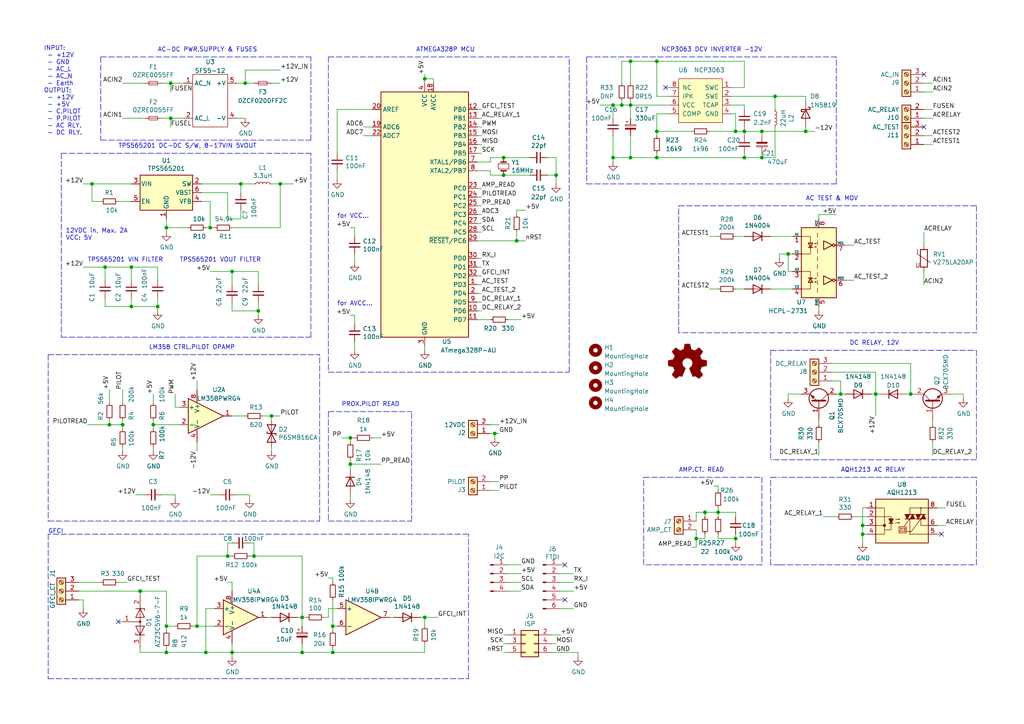
<source format=kicad_sch>
(kicad_sch (version 20211123) (generator eeschema)
  (paper "A4")
  (junction (at 146.05 45.72))
  (junction (at 213.36 156.21))
  (junction (at 38.1 77.47))
  (junction (at 123.19 22.86))
  (junction (at 48.26 66.04))
  (junction (at 101.6 134.62))
  (junction (at 146.05 50.8))
  (junction (at 180.34 30.48))
  (junction (at 66.04 161.29))
  (junction (at 201.93 156.21))
  (junction (at 101.6 127))
  (junction (at 35.56 123.19))
  (junction (at 48.26 181.61))
  (junction (at 182.88 17.78))
  (junction (at 182.88 30.48))
  (junction (at 45.72 88.9))
  (junction (at 38.1 88.9))
  (junction (at 73.66 161.29))
  (junction (at 67.31 78.74))
  (junction (at 190.5 17.78))
  (junction (at 161.29 50.8))
  (junction (at 87.63 179.07))
  (junction (at 57.15 181.61))
  (junction (at 30.48 77.47))
  (junction (at 177.8 30.48))
  (junction (at 48.26 189.23))
  (junction (at 182.88 45.72))
  (junction (at 220.98 45.72))
  (junction (at 49.53 24.13))
  (junction (at 31.75 123.19))
  (junction (at 96.52 189.23))
  (junction (at 71.12 24.13))
  (junction (at 69.85 53.34))
  (junction (at 233.68 38.1))
  (junction (at 143.51 125.73))
  (junction (at 26.67 53.34))
  (junction (at 40.64 171.45))
  (junction (at 220.98 38.1))
  (junction (at 49.53 34.29))
  (junction (at 213.36 38.1))
  (junction (at 228.6 73.66))
  (junction (at 208.28 148.59))
  (junction (at 44.45 123.19))
  (junction (at 177.8 45.72))
  (junction (at 250.19 152.4))
  (junction (at 60.96 66.04))
  (junction (at 224.79 27.94))
  (junction (at 87.63 189.23))
  (junction (at 81.28 53.34))
  (junction (at 149.86 69.85))
  (junction (at 190.5 38.1))
  (junction (at 215.9 38.1))
  (junction (at 264.16 114.3))
  (junction (at 204.47 148.59))
  (junction (at 67.31 189.23))
  (junction (at 59.69 189.23))
  (junction (at 190.5 45.72))
  (junction (at 123.19 179.07))
  (junction (at 254 114.3))
  (junction (at 74.93 90.17))
  (junction (at 96.52 181.61))
  (junction (at 250.19 154.94))
  (junction (at 78.74 120.65))
  (junction (at 215.9 45.72))
  (junction (at 243.84 114.3))
  (no_connect (at 273.05 154.94))
  (no_connect (at 34.29 180.34))
  (no_connect (at 163.83 163.83))
  (no_connect (at 193.04 25.4))
  (no_connect (at 267.97 36.83))
  (no_connect (at 267.97 21.59))
  (no_connect (at 163.83 173.99))
  (wire (pts (xy 233.68 36.83) (xy 233.68 38.1)))
  (wire (pts (xy 44.45 123.19) (xy 52.07 123.19)))
  (wire (pts (xy 194.31 25.4) (xy 193.04 25.4)))
  (wire (pts (xy 149.86 67.31) (xy 149.86 69.85)))
  (wire (pts (xy 254 114.3) (xy 252.73 114.3)))
  (wire (pts (xy 57.15 181.61) (xy 55.88 181.61)))
  (wire (pts (xy 146.05 189.23) (xy 147.32 189.23)))
  (wire (pts (xy 226.06 74.93) (xy 226.06 73.66)))
  (wire (pts (xy 138.43 85.09) (xy 139.7 85.09)))
  (wire (pts (xy 208.28 156.21) (xy 213.36 156.21)))
  (wire (pts (xy 67.31 189.23) (xy 67.31 190.5)))
  (wire (pts (xy 59.69 66.04) (xy 60.96 66.04)))
  (polyline (pts (xy 223.52 138.43) (xy 226.06 138.43)))
  (polyline (pts (xy 13.97 166.37) (xy 13.97 196.85)))
  (wire (pts (xy 101.6 66.04) (xy 102.87 66.04)))
  (wire (pts (xy 57.15 161.29) (xy 57.15 181.61)))
  (polyline (pts (xy 95.25 16.51) (xy 95.25 107.95)))
  (wire (pts (xy 66.04 161.29) (xy 66.04 157.48)))
  (polyline (pts (xy 223.52 163.83) (xy 223.52 138.43)))
  (wire (pts (xy 215.9 44.45) (xy 215.9 45.72)))
  (wire (pts (xy 58.42 58.42) (xy 60.96 58.42)))
  (wire (pts (xy 138.43 74.93) (xy 139.7 74.93)))
  (wire (pts (xy 49.53 24.13) (xy 53.34 24.13)))
  (wire (pts (xy 242.57 149.86) (xy 238.76 149.86)))
  (polyline (pts (xy 236.22 96.52) (xy 283.21 96.52)))
  (wire (pts (xy 147.32 166.37) (xy 151.13 166.37)))
  (wire (pts (xy 180.34 30.48) (xy 182.88 30.48)))
  (wire (pts (xy 224.79 36.83) (xy 224.79 45.72)))
  (wire (pts (xy 95.25 167.64) (xy 96.52 167.64)))
  (wire (pts (xy 72.39 157.48) (xy 73.66 157.48)))
  (wire (pts (xy 66.04 161.29) (xy 57.15 161.29)))
  (polyline (pts (xy 92.71 151.13) (xy 92.71 102.87)))
  (wire (pts (xy 121.92 179.07) (xy 123.19 179.07)))
  (wire (pts (xy 26.67 58.42) (xy 26.67 53.34)))
  (polyline (pts (xy 186.69 138.43) (xy 220.98 138.43)))
  (polyline (pts (xy 283.21 59.69) (xy 283.21 96.52)))
  (wire (pts (xy 138.43 54.61) (xy 139.7 54.61)))
  (wire (pts (xy 138.43 57.15) (xy 139.7 57.15)))
  (wire (pts (xy 38.1 86.36) (xy 38.1 88.9)))
  (wire (pts (xy 67.31 189.23) (xy 87.63 189.23)))
  (wire (pts (xy 48.26 171.45) (xy 48.26 181.61)))
  (wire (pts (xy 52.07 118.11) (xy 50.8 118.11)))
  (wire (pts (xy 123.19 186.69) (xy 123.19 189.23)))
  (wire (pts (xy 35.56 130.81) (xy 35.56 129.54)))
  (wire (pts (xy 59.69 189.23) (xy 48.26 189.23)))
  (wire (pts (xy 45.72 86.36) (xy 45.72 88.9)))
  (wire (pts (xy 271.78 147.32) (xy 274.32 147.32)))
  (wire (pts (xy 24.13 173.99) (xy 24.13 176.53)))
  (wire (pts (xy 54.61 66.04) (xy 48.26 66.04)))
  (wire (pts (xy 208.28 148.59) (xy 208.28 149.86)))
  (wire (pts (xy 204.47 156.21) (xy 204.47 154.94)))
  (wire (pts (xy 95.25 179.07) (xy 95.25 176.53)))
  (wire (pts (xy 50.8 143.51) (xy 50.8 144.78)))
  (wire (pts (xy 97.79 31.75) (xy 97.79 44.45)))
  (wire (pts (xy 208.28 140.97) (xy 208.28 142.24)))
  (wire (pts (xy 58.42 55.88) (xy 66.04 55.88)))
  (wire (pts (xy 220.98 44.45) (xy 220.98 45.72)))
  (wire (pts (xy 34.29 58.42) (xy 38.1 58.42)))
  (wire (pts (xy 224.79 31.75) (xy 224.79 27.94)))
  (wire (pts (xy 208.28 83.82) (xy 205.74 83.82)))
  (wire (pts (xy 138.43 92.71) (xy 142.24 92.71)))
  (wire (pts (xy 147.32 163.83) (xy 151.13 163.83)))
  (wire (pts (xy 147.32 186.69) (xy 146.05 186.69)))
  (wire (pts (xy 125.73 22.86) (xy 123.19 22.86)))
  (wire (pts (xy 59.69 176.53) (xy 62.23 176.53)))
  (wire (pts (xy 149.86 60.96) (xy 152.4 60.96)))
  (wire (pts (xy 270.51 121.92) (xy 270.51 123.19)))
  (wire (pts (xy 138.43 67.31) (xy 139.7 67.31)))
  (wire (pts (xy 177.8 46.99) (xy 177.8 45.72)))
  (wire (pts (xy 228.6 73.66) (xy 228.6 78.74)))
  (wire (pts (xy 237.49 62.23) (xy 242.57 62.23)))
  (wire (pts (xy 50.8 181.61) (xy 48.26 181.61)))
  (wire (pts (xy 138.43 36.83) (xy 139.7 36.83)))
  (wire (pts (xy 60.96 66.04) (xy 62.23 66.04)))
  (wire (pts (xy 142.24 139.7) (xy 144.78 139.7)))
  (wire (pts (xy 81.28 53.34) (xy 85.09 53.34)))
  (wire (pts (xy 215.9 38.1) (xy 220.98 38.1)))
  (wire (pts (xy 182.88 17.78) (xy 190.5 17.78)))
  (wire (pts (xy 182.88 24.13) (xy 182.88 17.78)))
  (wire (pts (xy 123.19 181.61) (xy 123.19 179.07)))
  (wire (pts (xy 107.95 127) (xy 110.49 127)))
  (wire (pts (xy 162.56 166.37) (xy 166.37 166.37)))
  (wire (pts (xy 48.26 63.5) (xy 48.26 66.04)))
  (wire (pts (xy 201.93 148.59) (xy 204.47 148.59)))
  (wire (pts (xy 182.88 34.29) (xy 182.88 30.48)))
  (wire (pts (xy 113.03 179.07) (xy 114.3 179.07)))
  (wire (pts (xy 267.97 31.75) (xy 270.51 31.75)))
  (wire (pts (xy 67.31 120.65) (xy 71.12 120.65)))
  (wire (pts (xy 190.5 33.02) (xy 190.5 38.1)))
  (wire (pts (xy 67.31 78.74) (xy 74.93 78.74)))
  (wire (pts (xy 96.52 181.61) (xy 96.52 182.88)))
  (wire (pts (xy 97.79 181.61) (xy 96.52 181.61)))
  (wire (pts (xy 102.87 99.06) (xy 102.87 101.6)))
  (wire (pts (xy 87.63 189.23) (xy 96.52 189.23)))
  (wire (pts (xy 207.01 140.97) (xy 208.28 140.97)))
  (wire (pts (xy 271.78 152.4) (xy 274.32 152.4)))
  (wire (pts (xy 86.36 179.07) (xy 87.63 179.07)))
  (wire (pts (xy 162.56 171.45) (xy 166.37 171.45)))
  (wire (pts (xy 44.45 114.3) (xy 44.45 116.84)))
  (wire (pts (xy 182.88 45.72) (xy 190.5 45.72)))
  (wire (pts (xy 87.63 179.07) (xy 87.63 181.61)))
  (wire (pts (xy 254 114.3) (xy 254 107.95)))
  (wire (pts (xy 138.43 46.99) (xy 142.24 46.99)))
  (wire (pts (xy 58.42 53.34) (xy 69.85 53.34)))
  (polyline (pts (xy 170.18 53.34) (xy 242.57 53.34)))
  (wire (pts (xy 143.51 125.73) (xy 144.78 125.73)))
  (wire (pts (xy 245.11 71.12) (xy 247.65 71.12)))
  (wire (pts (xy 162.56 168.91) (xy 166.37 168.91)))
  (wire (pts (xy 101.6 127) (xy 101.6 128.27)))
  (wire (pts (xy 66.04 157.48) (xy 67.31 157.48)))
  (polyline (pts (xy 13.97 154.94) (xy 13.97 166.37)))
  (wire (pts (xy 224.79 27.94) (xy 233.68 27.94)))
  (wire (pts (xy 138.43 44.45) (xy 139.7 44.45)))
  (wire (pts (xy 123.19 179.07) (xy 127 179.07)))
  (wire (pts (xy 49.53 34.29) (xy 49.53 36.83)))
  (wire (pts (xy 50.8 114.3) (xy 50.8 118.11)))
  (wire (pts (xy 241.3 110.49) (xy 243.84 110.49)))
  (wire (pts (xy 96.52 167.64) (xy 96.52 168.91)))
  (wire (pts (xy 66.04 63.5) (xy 69.85 63.5)))
  (wire (pts (xy 22.86 168.91) (xy 29.21 168.91)))
  (wire (pts (xy 180.34 17.78) (xy 180.34 24.13)))
  (wire (pts (xy 213.36 38.1) (xy 215.9 38.1)))
  (wire (pts (xy 190.5 17.78) (xy 190.5 27.94)))
  (wire (pts (xy 29.21 58.42) (xy 26.67 58.42)))
  (wire (pts (xy 71.12 20.32) (xy 71.12 24.13)))
  (wire (pts (xy 68.58 24.13) (xy 71.12 24.13)))
  (wire (pts (xy 160.02 189.23) (xy 167.64 189.23)))
  (wire (pts (xy 147.32 171.45) (xy 151.13 171.45)))
  (wire (pts (xy 228.6 114.3) (xy 232.41 114.3)))
  (wire (pts (xy 229.87 68.58) (xy 223.52 68.58)))
  (polyline (pts (xy 95.25 119.38) (xy 95.25 151.13)))
  (wire (pts (xy 67.31 161.29) (xy 66.04 161.29)))
  (polyline (pts (xy 223.52 101.6) (xy 223.52 133.35)))
  (wire (pts (xy 31.75 113.03) (xy 31.75 116.84)))
  (wire (pts (xy 265.43 114.3) (xy 264.16 114.3)))
  (wire (pts (xy 215.9 38.1) (xy 215.9 39.37)))
  (wire (pts (xy 213.36 148.59) (xy 213.36 149.86)))
  (wire (pts (xy 254 114.3) (xy 254 120.65)))
  (wire (pts (xy 149.86 62.23) (xy 149.86 60.96)))
  (wire (pts (xy 73.66 157.48) (xy 73.66 161.29)))
  (wire (pts (xy 142.24 49.53) (xy 138.43 49.53)))
  (wire (pts (xy 177.8 34.29) (xy 177.8 30.48)))
  (wire (pts (xy 102.87 68.58) (xy 102.87 66.04)))
  (wire (pts (xy 138.43 62.23) (xy 139.7 62.23)))
  (wire (pts (xy 35.56 123.19) (xy 35.56 124.46)))
  (wire (pts (xy 24.13 77.47) (xy 30.48 77.47)))
  (polyline (pts (xy 90.17 40.64) (xy 90.17 16.51)))
  (wire (pts (xy 125.73 24.13) (xy 125.73 22.86)))
  (wire (pts (xy 215.9 17.78) (xy 215.9 25.4)))
  (wire (pts (xy 48.26 189.23) (xy 40.64 189.23)))
  (wire (pts (xy 250.19 154.94) (xy 251.46 154.94)))
  (wire (pts (xy 142.24 123.19) (xy 144.78 123.19)))
  (wire (pts (xy 255.27 114.3) (xy 254 114.3)))
  (wire (pts (xy 201.93 153.67) (xy 201.93 156.21)))
  (wire (pts (xy 69.85 53.34) (xy 69.85 55.88)))
  (wire (pts (xy 177.8 45.72) (xy 182.88 45.72)))
  (wire (pts (xy 101.6 134.62) (xy 110.49 134.62)))
  (wire (pts (xy 107.95 31.75) (xy 97.79 31.75)))
  (wire (pts (xy 57.15 110.49) (xy 57.15 113.03)))
  (wire (pts (xy 67.31 168.91) (xy 67.31 171.45)))
  (wire (pts (xy 78.74 129.54) (xy 78.74 130.81)))
  (wire (pts (xy 48.26 66.04) (xy 48.26 67.31)))
  (wire (pts (xy 74.93 90.17) (xy 74.93 91.44)))
  (wire (pts (xy 138.43 87.63) (xy 139.7 87.63)))
  (wire (pts (xy 78.74 24.13) (xy 81.28 24.13)))
  (wire (pts (xy 67.31 66.04) (xy 81.28 66.04)))
  (polyline (pts (xy 226.06 163.83) (xy 223.52 163.83)))
  (polyline (pts (xy 95.25 16.51) (xy 165.1 16.51)))
  (wire (pts (xy 190.5 38.1) (xy 190.5 39.37)))
  (wire (pts (xy 48.26 182.88) (xy 48.26 181.61)))
  (wire (pts (xy 208.28 147.32) (xy 208.28 148.59)))
  (wire (pts (xy 201.93 158.75) (xy 201.93 156.21)))
  (wire (pts (xy 220.98 38.1) (xy 233.68 38.1)))
  (wire (pts (xy 72.39 143.51) (xy 72.39 144.78)))
  (wire (pts (xy 101.6 127) (xy 99.06 127)))
  (wire (pts (xy 167.64 189.23) (xy 167.64 190.5)))
  (wire (pts (xy 267.97 34.29) (xy 270.51 34.29)))
  (wire (pts (xy 71.12 24.13) (xy 73.66 24.13)))
  (wire (pts (xy 212.09 27.94) (xy 224.79 27.94)))
  (wire (pts (xy 87.63 161.29) (xy 87.63 179.07)))
  (wire (pts (xy 35.56 180.34) (xy 34.29 180.34)))
  (wire (pts (xy 146.05 50.8) (xy 153.67 50.8)))
  (wire (pts (xy 68.58 34.29) (xy 71.12 34.29)))
  (wire (pts (xy 143.51 125.73) (xy 143.51 127)))
  (wire (pts (xy 95.25 176.53) (xy 97.79 176.53)))
  (wire (pts (xy 97.79 49.53) (xy 97.79 52.07)))
  (polyline (pts (xy 220.98 163.83) (xy 186.69 163.83)))
  (wire (pts (xy 215.9 25.4) (xy 212.09 25.4)))
  (wire (pts (xy 271.78 154.94) (xy 273.05 154.94)))
  (wire (pts (xy 275.59 114.3) (xy 279.4 114.3)))
  (wire (pts (xy 60.96 78.74) (xy 67.31 78.74)))
  (wire (pts (xy 201.93 156.21) (xy 204.47 156.21)))
  (wire (pts (xy 46.99 34.29) (xy 49.53 34.29)))
  (wire (pts (xy 200.66 38.1) (xy 190.5 38.1)))
  (polyline (pts (xy 220.98 138.43) (xy 220.98 163.83)))
  (polyline (pts (xy 223.52 101.6) (xy 283.21 101.6)))
  (wire (pts (xy 241.3 105.41) (xy 264.16 105.41)))
  (wire (pts (xy 180.34 29.21) (xy 180.34 30.48)))
  (wire (pts (xy 31.75 121.92) (xy 31.75 123.19)))
  (wire (pts (xy 69.85 53.34) (xy 73.66 53.34)))
  (wire (pts (xy 35.56 34.29) (xy 41.91 34.29)))
  (wire (pts (xy 215.9 36.83) (xy 215.9 38.1)))
  (polyline (pts (xy 226.06 163.83) (xy 283.21 163.83)))
  (polyline (pts (xy 283.21 101.6) (xy 283.21 133.35)))
  (wire (pts (xy 71.12 20.32) (xy 81.28 20.32)))
  (wire (pts (xy 233.68 38.1) (xy 236.22 38.1)))
  (wire (pts (xy 35.56 113.03) (xy 35.56 116.84)))
  (polyline (pts (xy 95.25 151.13) (xy 119.38 151.13)))
  (wire (pts (xy 44.45 129.54) (xy 44.45 130.81)))
  (polyline (pts (xy 95.25 107.95) (xy 165.1 107.95)))
  (wire (pts (xy 146.05 45.72) (xy 153.67 45.72)))
  (wire (pts (xy 213.36 83.82) (xy 215.9 83.82)))
  (wire (pts (xy 194.31 27.94) (xy 190.5 27.94)))
  (polyline (pts (xy 135.89 154.94) (xy 13.97 154.94)))
  (wire (pts (xy 250.19 147.32) (xy 250.19 152.4)))
  (wire (pts (xy 237.49 63.5) (xy 237.49 62.23)))
  (wire (pts (xy 22.86 173.99) (xy 24.13 173.99)))
  (polyline (pts (xy 29.21 16.51) (xy 29.21 40.64)))
  (wire (pts (xy 142.24 125.73) (xy 143.51 125.73)))
  (wire (pts (xy 250.19 154.94) (xy 250.19 157.48)))
  (wire (pts (xy 204.47 148.59) (xy 208.28 148.59)))
  (wire (pts (xy 40.64 171.45) (xy 22.86 171.45)))
  (wire (pts (xy 138.43 39.37) (xy 139.7 39.37)))
  (wire (pts (xy 78.74 120.65) (xy 81.28 120.65)))
  (wire (pts (xy 243.84 114.3) (xy 242.57 114.3)))
  (wire (pts (xy 107.95 39.37) (xy 105.41 39.37)))
  (wire (pts (xy 173.99 30.48) (xy 177.8 30.48)))
  (wire (pts (xy 229.87 73.66) (xy 228.6 73.66)))
  (wire (pts (xy 40.64 171.45) (xy 48.26 171.45)))
  (wire (pts (xy 182.88 30.48) (xy 182.88 29.21)))
  (wire (pts (xy 264.16 105.41) (xy 264.16 114.3)))
  (wire (pts (xy 251.46 152.4) (xy 250.19 152.4)))
  (wire (pts (xy 270.51 128.27) (xy 270.51 132.08)))
  (wire (pts (xy 30.48 86.36) (xy 30.48 88.9)))
  (wire (pts (xy 45.72 77.47) (xy 45.72 81.28)))
  (wire (pts (xy 142.24 50.8) (xy 146.05 50.8)))
  (polyline (pts (xy 196.85 59.69) (xy 283.21 59.69)))
  (polyline (pts (xy 17.78 97.79) (xy 90.17 97.79)))
  (wire (pts (xy 138.43 31.75) (xy 139.7 31.75)))
  (polyline (pts (xy 165.1 107.95) (xy 165.1 16.51)))
  (wire (pts (xy 96.52 173.99) (xy 96.52 181.61)))
  (wire (pts (xy 190.5 33.02) (xy 194.31 33.02)))
  (wire (pts (xy 161.29 45.72) (xy 161.29 50.8)))
  (wire (pts (xy 68.58 143.51) (xy 72.39 143.51)))
  (polyline (pts (xy 170.18 16.51) (xy 242.57 16.51)))
  (wire (pts (xy 215.9 68.58) (xy 213.36 68.58)))
  (wire (pts (xy 40.64 172.72) (xy 40.64 171.45)))
  (wire (pts (xy 107.95 36.83) (xy 105.41 36.83)))
  (wire (pts (xy 123.19 189.23) (xy 96.52 189.23)))
  (wire (pts (xy 24.13 53.34) (xy 26.67 53.34)))
  (wire (pts (xy 67.31 189.23) (xy 59.69 189.23)))
  (wire (pts (xy 30.48 77.47) (xy 38.1 77.47)))
  (wire (pts (xy 59.69 176.53) (xy 59.69 189.23)))
  (wire (pts (xy 190.5 45.72) (xy 215.9 45.72)))
  (wire (pts (xy 44.45 123.19) (xy 44.45 124.46)))
  (wire (pts (xy 46.99 24.13) (xy 49.53 24.13)))
  (wire (pts (xy 87.63 186.69) (xy 87.63 189.23)))
  (wire (pts (xy 62.23 181.61) (xy 57.15 181.61)))
  (wire (pts (xy 69.85 63.5) (xy 69.85 60.96)))
  (wire (pts (xy 245.11 114.3) (xy 243.84 114.3)))
  (wire (pts (xy 31.75 123.19) (xy 35.56 123.19)))
  (wire (pts (xy 177.8 39.37) (xy 177.8 45.72)))
  (wire (pts (xy 67.31 186.69) (xy 67.31 189.23)))
  (wire (pts (xy 250.19 152.4) (xy 250.19 154.94)))
  (wire (pts (xy 146.05 45.72) (xy 142.24 45.72)))
  (polyline (pts (xy 170.18 16.51) (xy 170.18 53.34)))
  (wire (pts (xy 204.47 148.59) (xy 204.47 149.86)))
  (wire (pts (xy 182.88 39.37) (xy 182.88 45.72)))
  (wire (pts (xy 142.24 45.72) (xy 142.24 46.99)))
  (wire (pts (xy 93.98 179.07) (xy 95.25 179.07)))
  (wire (pts (xy 267.97 39.37) (xy 270.51 39.37)))
  (wire (pts (xy 48.26 189.23) (xy 48.26 187.96)))
  (wire (pts (xy 45.72 88.9) (xy 45.72 90.17)))
  (polyline (pts (xy 13.97 196.85) (xy 135.89 196.85)))
  (wire (pts (xy 35.56 24.13) (xy 41.91 24.13)))
  (wire (pts (xy 201.93 151.13) (xy 201.93 148.59)))
  (wire (pts (xy 213.36 38.1) (xy 205.74 38.1)))
  (wire (pts (xy 25.4 123.19) (xy 31.75 123.19)))
  (wire (pts (xy 228.6 73.66) (xy 226.06 73.66)))
  (polyline (pts (xy 283.21 138.43) (xy 226.06 138.43)))
  (wire (pts (xy 44.45 121.92) (xy 44.45 123.19)))
  (wire (pts (xy 46.99 143.51) (xy 50.8 143.51)))
  (wire (pts (xy 40.64 189.23) (xy 40.64 187.96)))
  (wire (pts (xy 74.93 78.74) (xy 74.93 82.55)))
  (wire (pts (xy 251.46 147.32) (xy 250.19 147.32)))
  (wire (pts (xy 267.97 26.67) (xy 270.51 26.67)))
  (wire (pts (xy 182.88 30.48) (xy 194.31 30.48)))
  (wire (pts (xy 160.02 186.69) (xy 161.29 186.69)))
  (wire (pts (xy 142.24 142.24) (xy 144.78 142.24)))
  (wire (pts (xy 208.28 154.94) (xy 208.28 156.21)))
  (wire (pts (xy 182.88 17.78) (xy 180.34 17.78)))
  (wire (pts (xy 49.53 24.13) (xy 49.53 26.67)))
  (wire (pts (xy 102.87 127) (xy 101.6 127)))
  (wire (pts (xy 123.19 21.59) (xy 123.19 22.86)))
  (polyline (pts (xy 95.25 119.38) (xy 119.38 119.38)))
  (wire (pts (xy 158.75 50.8) (xy 161.29 50.8)))
  (wire (pts (xy 162.56 176.53) (xy 166.37 176.53)))
  (wire (pts (xy 138.43 90.17) (xy 139.7 90.17)))
  (wire (pts (xy 26.67 53.34) (xy 38.1 53.34)))
  (polyline (pts (xy 283.21 163.83) (xy 283.21 138.43)))
  (wire (pts (xy 161.29 50.8) (xy 161.29 53.34)))
  (polyline (pts (xy 13.97 151.13) (xy 92.71 151.13)))
  (polyline (pts (xy 90.17 97.79) (xy 90.17 44.45)))
  (wire (pts (xy 267.97 71.12) (xy 267.97 67.31)))
  (wire (pts (xy 213.36 156.21) (xy 213.36 157.48)))
  (wire (pts (xy 228.6 78.74) (xy 229.87 78.74)))
  (polyline (pts (xy 29.21 16.51) (xy 90.17 16.51)))
  (wire (pts (xy 73.66 161.29) (xy 87.63 161.29)))
  (wire (pts (xy 220.98 45.72) (xy 224.79 45.72)))
  (wire (pts (xy 190.5 17.78) (xy 215.9 17.78)))
  (wire (pts (xy 237.49 88.9) (xy 237.49 90.17)))
  (wire (pts (xy 138.43 34.29) (xy 139.7 34.29)))
  (wire (pts (xy 213.36 33.02) (xy 213.36 38.1)))
  (wire (pts (xy 78.74 53.34) (xy 81.28 53.34)))
  (wire (pts (xy 123.19 100.33) (xy 123.19 101.6)))
  (polyline (pts (xy 13.97 102.87) (xy 13.97 151.13)))
  (wire (pts (xy 35.56 121.92) (xy 35.56 123.19)))
  (wire (pts (xy 215.9 45.72) (xy 220.98 45.72)))
  (wire (pts (xy 138.43 77.47) (xy 139.7 77.47)))
  (wire (pts (xy 72.39 161.29) (xy 73.66 161.29)))
  (polyline (pts (xy 17.78 44.45) (xy 17.78 97.79)))
  (polyline (pts (xy 242.57 53.34) (xy 242.57 16.51)))
  (polyline (pts (xy 196.85 96.52) (xy 196.85 59.69)))
  (wire (pts (xy 208.28 68.58) (xy 205.74 68.58)))
  (wire (pts (xy 237.49 121.92) (xy 237.49 123.19)))
  (wire (pts (xy 78.74 120.65) (xy 78.74 121.92)))
  (wire (pts (xy 267.97 78.74) (xy 267.97 82.55)))
  (wire (pts (xy 245.11 81.28) (xy 247.65 81.28)))
  (wire (pts (xy 190.5 44.45) (xy 190.5 45.72)))
  (wire (pts (xy 228.6 115.57) (xy 228.6 114.3)))
  (wire (pts (xy 267.97 41.91) (xy 270.51 41.91)))
  (polyline (pts (xy 17.78 44.45) (xy 90.17 44.45)))
  (wire (pts (xy 30.48 88.9) (xy 38.1 88.9)))
  (wire (pts (xy 267.97 24.13) (xy 270.51 24.13)))
  (wire (pts (xy 138.43 64.77) (xy 139.7 64.77)))
  (wire (pts (xy 76.2 120.65) (xy 78.74 120.65)))
  (wire (pts (xy 34.29 168.91) (xy 36.83 168.91)))
  (wire (pts (xy 208.28 148.59) (xy 213.36 148.59)))
  (wire (pts (xy 38.1 88.9) (xy 45.72 88.9)))
  (wire (pts (xy 77.47 179.07) (xy 78.74 179.07)))
  (wire (pts (xy 138.43 41.91) (xy 139.7 41.91)))
  (wire (pts (xy 30.48 81.28) (xy 30.48 77.47)))
  (wire (pts (xy 241.3 107.95) (xy 254 107.95)))
  (wire (pts (xy 101.6 133.35) (xy 101.6 134.62)))
  (wire (pts (xy 212.09 30.48) (xy 215.9 30.48)))
  (wire (pts (xy 87.63 179.07) (xy 88.9 179.07)))
  (polyline (pts (xy 29.21 40.64) (xy 90.17 40.64)))
  (wire (pts (xy 38.1 77.47) (xy 38.1 81.28)))
  (wire (pts (xy 38.1 77.47) (xy 45.72 77.47)))
  (wire (pts (xy 149.86 69.85) (xy 152.4 69.85)))
  (wire (pts (xy 147.32 184.15) (xy 146.05 184.15)))
  (wire (pts (xy 57.15 130.81) (xy 57.15 128.27)))
  (polyline (pts (xy 135.89 196.85) (xy 135.89 154.94)))
  (wire (pts (xy 161.29 45.72) (xy 158.75 45.72)))
  (wire (pts (xy 138.43 69.85) (xy 149.86 69.85)))
  (wire (pts (xy 39.37 143.51) (xy 41.91 143.51)))
  (wire (pts (xy 264.16 114.3) (xy 262.89 114.3)))
  (wire (pts (xy 279.4 114.3) (xy 279.4 115.57)))
  (wire (pts (xy 213.36 154.94) (xy 213.36 156.21)))
  (wire (pts (xy 102.87 93.98) (xy 102.87 91.44)))
  (wire (pts (xy 67.31 82.55) (xy 67.31 78.74)))
  (wire (pts (xy 66.04 55.88) (xy 66.04 63.5)))
  (wire (pts (xy 60.96 143.51) (xy 63.5 143.51)))
  (polyline (pts (xy 236.22 96.52) (xy 196.85 96.52)))
  (wire (pts (xy 101.6 143.51) (xy 101.6 144.78)))
  (wire (pts (xy 49.53 34.29) (xy 53.34 34.29)))
  (wire (pts (xy 237.49 128.27) (xy 237.49 132.08)))
  (wire (pts (xy 160.02 184.15) (xy 162.56 184.15)))
  (wire (pts (xy 200.66 158.75) (xy 201.93 158.75)))
  (wire (pts (xy 138.43 80.01) (xy 139.7 80.01)))
  (wire (pts (xy 212.09 33.02) (xy 213.36 33.02)))
  (wire (pts (xy 147.32 168.91) (xy 151.13 168.91)))
  (wire (pts (xy 138.43 59.69) (xy 139.7 59.69)))
  (wire (pts (xy 81.28 66.04) (xy 81.28 53.34)))
  (wire (pts (xy 233.68 27.94) (xy 233.68 29.21)))
  (wire (pts (xy 67.31 90.17) (xy 74.93 90.17)))
  (wire (pts (xy 147.32 92.71) (xy 151.13 92.71)))
  (wire (pts (xy 66.04 168.91) (xy 67.31 168.91)))
  (polyline (pts (xy 119.38 151.13) (xy 119.38 119.38)))
  (wire (pts (xy 102.87 73.66) (xy 102.87 76.2)))
  (wire (pts (xy 74.93 87.63) (xy 74.93 90.17)))
  (wire (pts (xy 243.84 114.3) (xy 243.84 110.49)))
  (wire (pts (xy 142.24 49.53) (xy 142.24 50.8)))
  (wire (pts (xy 247.65 149.86) (xy 251.46 149.86)))
  (wire (pts (xy 101.6 134.62) (xy 101.6 135.89)))
  (wire (pts (xy 138.43 82.55) (xy 139.7 82.55)))
  (wire (pts (xy 215.9 31.75) (xy 215.9 30.48)))
  (wire (pts (xy 96.52 187.96) (xy 96.52 189.23)))
  (wire (pts (xy 67.31 87.63) (xy 67.31 90.17)))
  (polyline (pts (xy 13.97 102.87) (xy 92.71 102.87)))
  (wire (pts (xy 162.56 173.99) (xy 163.83 173.99)))
  (wire (pts (xy 162.56 163.83) (xy 163.83 163.83)))
  (wire (pts (xy 60.96 58.42) (xy 60.96 66.04)))
  (wire (pts (xy 123.19 24.13) (xy 123.19 22.86)))
  (wire (pts (xy 177.8 30.48) (xy 180.34 30.48)))
  (polyline (pts (xy 186.69 163.83) (xy 186.69 138.43)))
  (wire (pts (xy 229.87 83.82) (xy 223.52 83.82)))
  (wire (pts (xy 220.98 38.1) (xy 220.98 39.37)))
  (polyline (pts (xy 283.21 133.35) (xy 223.52 133.35)))
  (wire (pts (xy 101.6 91.44) (xy 102.87 91.44)))
  (text "ATMEGA328P MCU" (at 120.65 15.24 0) (effects (font (size 1.27 1.27)) (justify left bottom)))
  (text "INPUT:\n - +12V\n - GND\n - AC_L\n - AC_N\n - Earth\nOUTPUT:\n - +12V\n - +5V\n - C.PILOT\n - P.PILOT\n - AC RLY.\n - DC RLY." (at 12.7 39.37 0) (effects (font (size 1.27 1.27)) (justify left bottom)))
  (text "AC TEST & MOV" (at 233.68 58.42 0) (effects (font (size 1.27 1.27)) (justify left bottom)))
  (text "12VDC in, Max. 2A\nVCC: 5V" (at 19.05 69.85 0) (effects (font (size 1.27 1.27)) (justify left bottom)))
  (text "DC RELAY, 12V" (at 246.38 100.33 0) (effects (font (size 1.27 1.27)) (justify left bottom)))
  (text "for AVCC..." (at 97.79 88.9 0) (effects (font (size 1.27 1.27)) (justify left bottom)))
  (text "for VCC..." (at 97.79 63.5 0) (effects (font (size 1.27 1.27)) (justify left bottom)))
  (text "AC-DC PWR.SUPPLY & FUSES" (at 45.72 15.24 0) (effects (font (size 1.27 1.27)) (justify left bottom)))
  (text "AQH1213 AC RELAY" (at 243.84 137.16 0) (effects (font (size 1.27 1.27)) (justify left bottom)))
  (text "AMP.CT. READ" (at 196.85 137.16 0) (effects (font (size 1.27 1.27)) (justify left bottom)))
  (text "NCP3063 DCV INVERTER -12V" (at 191.77 15.24 0) (effects (font (size 1.27 1.27)) (justify left bottom)))
  (text "TPS565201 VIN FILTER" (at 25.4 76.2 0) (effects (font (size 1.27 1.27)) (justify left bottom)))
  (text "PROX.PILOT READ" (at 99.06 118.11 0) (effects (font (size 1.27 1.27)) (justify left bottom)))
  (text "LM358 CTRL.PILOT OPAMP" (at 43.18 101.6 0) (effects (font (size 1.27 1.27)) (justify left bottom)))
  (text "TPS565201 VOUT FILTER" (at 52.07 76.2 0) (effects (font (size 1.27 1.27)) (justify left bottom)))
  (text "TPS565201 DC-DC S/W, 8-17VIN 5VOUT" (at 34.29 43.18 0) (effects (font (size 1.27 1.27)) (justify left bottom)))
  (text "GFCI" (at 13.97 154.94 0) (effects (font (size 1.27 1.27)) (justify left bottom)))
  (label "PILOT" (at 81.28 120.65 0))
  (label "GND" (at 166.37 176.53 0))
  (label "+12V_IN" (at 144.78 123.19 0))
  (label "DC_RELAY_1" (at 139.7 87.63 0))
  (label "MISO" (at 139.7 41.91 0))
  (label "ACIN2" (at 270.51 26.67 0))
  (label "ACTEST1" (at 270.51 41.91 0))
  (label "nRST" (at 152.4 69.85 0))
  (label "GFCI_TEST" (at 139.7 31.75 0))
  (label "ACRELAY" (at 270.51 34.29 0))
  (label "FUSEN" (at 270.51 31.75 0))
  (label "ACIN1" (at 35.56 34.29 180))
  (label "ADC6" (at 105.41 36.83 180))
  (label "ADC7" (at 105.41 39.37 180))
  (label "FUSEL" (at 49.53 36.83 0))
  (label "+5V" (at 66.04 168.91 180))
  (label "TX" (at 166.37 166.37 0))
  (label "PILOT" (at 144.78 142.24 0))
  (label "+12V" (at 39.37 143.51 180))
  (label "+5V" (at 101.6 66.04 180))
  (label "RX_I" (at 139.7 74.93 0))
  (label "AMP_READ" (at 139.7 54.61 0))
  (label "PWM" (at 50.8 114.3 90))
  (label "ACIN1" (at 270.51 24.13 0))
  (label "+5V" (at 173.99 30.48 180))
  (label "+5V" (at 152.4 60.96 0))
  (label "PILOTREAD" (at 25.4 123.19 180))
  (label "ACRELAY" (at 267.97 67.31 0))
  (label "+5V" (at 85.09 53.34 0))
  (label "AC_TEST_2" (at 139.7 85.09 0))
  (label "GND" (at 144.78 125.73 0))
  (label "AC_TEST" (at 247.65 71.12 0))
  (label "+5V" (at 166.37 171.45 0))
  (label "PP" (at 99.06 127 180))
  (label "SDA" (at 139.7 64.77 0))
  (label "+5V" (at 110.49 127 0))
  (label "-12V" (at 60.96 143.51 180))
  (label "+5V" (at 95.25 167.64 180))
  (label "GFCI_INT" (at 139.7 80.01 0))
  (label "ACTEST1" (at 205.74 68.58 180))
  (label "PP_READ" (at 110.49 134.62 0))
  (label "-12V" (at 57.15 130.81 270))
  (label "+5V" (at 123.19 21.59 90))
  (label "PWM" (at 139.7 36.83 0))
  (label "+5V" (at 151.13 166.37 0))
  (label "nRST" (at 146.05 189.23 180))
  (label "PILOT" (at 35.56 113.03 90))
  (label "PP_READ" (at 139.7 59.69 0))
  (label "+12V" (at 81.28 24.13 0))
  (label "SCK" (at 139.7 44.45 0))
  (label "FUSEN" (at 49.53 26.67 0))
  (label "ACTEST2" (at 205.74 83.82 180))
  (label "+12V" (at 57.15 110.49 90))
  (label "+12V" (at 254 120.65 270))
  (label "+5V" (at 242.57 62.23 180))
  (label "ACIN2" (at 35.56 24.13 180))
  (label "+12V_IN" (at 81.28 20.32 0))
  (label "AC_RELAY_1" (at 139.7 34.29 0))
  (label "RX_I" (at 166.37 168.91 0))
  (label "TX" (at 139.7 77.47 0))
  (label "GND" (at 161.29 189.23 0))
  (label "+12V" (at 24.13 77.47 180))
  (label "+5V" (at 207.01 140.97 180))
  (label "SDA" (at 151.13 171.45 0))
  (label "DC_RELAY_2" (at 139.7 90.17 0))
  (label "+5V" (at 44.45 114.3 90))
  (label "MOSI" (at 139.7 39.37 0))
  (label "GND" (at 151.13 163.83 0))
  (label "DC_RELAY_2" (at 270.51 132.08 0))
  (label "PILOTREAD" (at 139.7 57.15 0))
  (label "+5V" (at 162.56 184.15 0))
  (label "+5V" (at 31.75 113.03 90))
  (label "-12V" (at 236.22 38.1 0))
  (label "+12V" (at 24.13 53.34 180))
  (label "DC_RELAY_1" (at 237.49 132.08 180))
  (label "PP" (at 144.78 139.7 0))
  (label "SCL" (at 151.13 168.91 0))
  (label "AC_RELAY_1" (at 238.76 149.86 180))
  (label "+5V" (at 151.13 92.71 0))
  (label "AC_TEST_2" (at 247.65 81.28 0))
  (label "ACIN2" (at 267.97 82.55 0))
  (label "MISO" (at 146.05 184.15 180))
  (label "MOSI" (at 161.29 186.69 0))
  (label "ADC3" (at 139.7 62.23 0))
  (label "SCK" (at 146.05 186.69 180))
  (label "FUSEL" (at 274.32 147.32 0))
  (label "+5V" (at 60.96 78.74 180))
  (label "ACTEST2" (at 270.51 39.37 0))
  (label "AC_TEST" (at 139.7 82.55 0))
  (label "GFCI_INT" (at 127 179.07 0))
  (label "ACRELAY" (at 274.32 152.4 0))
  (label "+5V" (at 101.6 91.44 180))
  (label "GFCI_TEST" (at 36.83 168.91 0))
  (label "SCL" (at 139.7 67.31 0))
  (label "AMP_READ" (at 200.66 158.75 180))
  (symbol (lib_id "openevse_modified-rescue:ATmega328P-AU-MCU_Microchip_ATmega") (at 123.19 62.23 0) (unit 1)
    (property "Reference" "U5" (at 129.54 99.06 0))
    (property "Value" "ATmega328P-AU" (at 135.89 101.6 0))
    (property "Footprint" "Package_QFP:TQFP-32_7x7mm_P0.8mm" (effects hide))
    (property "Datasheet" "http://ww1.microchip.com/downloads/en/DeviceDoc/ATmega328_P%20AVR%20MCU%20with%20picoPower%20Technology%20Data%20Sheet%2040001984A.pdf" (effects hide))
  )
  (symbol (lib_id "openevse_modified-rescue:TPS563200-Regulator_Switching") (at 48.26 55.88 0) (unit 1)
    (property "Reference" "U1" (at 48.26 46.5582 0))
    (property "Value" "TPS565201" (at 48.26 48.8696 0))
    (property "Footprint" "Package_TO_SOT_SMD:SOT-23-6" (effects hide))
    (property "Datasheet" "http://www.ti.com/lit/ds/symlink/tps565201.pdf" (effects hide))
  )
  (symbol (lib_id "power:GND") (at 45.72 90.17 0) (unit 1)
    (property "Reference" "#PWR04" (effects hide))
    (property "Value" "GND" (at 45.847 94.5642 0))
  )
  (symbol (lib_id "Device:Crystal_Small") (at 146.05 48.26 270) (unit 1)
    (property "Reference" "Y1" (at 148.2852 47.0916 90) (effects (justify left)))
    (property "Value" "16MHz" (at 148.2852 49.403 90) (effects (justify left)))
    (property "Footprint" "Crystal:Crystal_SMD_HC49-SD_HandSoldering" (effects hide))
  )
  (symbol (lib_id "Device:L_Small") (at 76.2 53.34 90) (unit 1)
    (property "Reference" "L1" (at 76.2 48.641 90))
    (property "Value" "3.3uH" (at 76.2 50.9524 90))
    (property "Footprint" "Inductor_SMD:L_TDK_VLP8040" (effects hide))
  )
  (symbol (lib_id "Device:C_Small") (at 69.85 58.42 180) (unit 1)
    (property "Reference" "C7" (at 71.12 60.96 90) (effects (justify left)))
    (property "Value" "100nF" (at 73.66 57.15 90) (effects (justify left)))
    (property "Footprint" "Capacitor_SMD:C_0805_2012Metric_Pad1.18x1.45mm_HandSolder" (effects hide))
  )
  (symbol (lib_id "Device:C_Small") (at 156.21 45.72 270) (unit 1)
    (property "Reference" "C14" (at 156.21 39.9034 90))
    (property "Value" "22pf" (at 156.21 42.2148 90))
    (property "Footprint" "Capacitor_SMD:C_0805_2012Metric_Pad1.18x1.45mm_HandSolder" (effects hide))
  )
  (symbol (lib_id "Device:C_Small") (at 156.21 50.8 270) (unit 1)
    (property "Reference" "C15" (at 156.21 54.61 90))
    (property "Value" "22pf" (at 156.21 57.15 90))
    (property "Footprint" "Capacitor_SMD:C_0805_2012Metric_Pad1.18x1.45mm_HandSolder" (effects hide))
  )
  (symbol (lib_id "power:GND") (at 161.29 53.34 0) (unit 1)
    (property "Reference" "#PWR018" (effects hide))
    (property "Value" "GND" (at 161.417 57.7342 0))
  )
  (symbol (lib_id "power:GND") (at 123.19 101.6 0) (unit 1)
    (property "Reference" "#PWR016" (effects hide))
    (property "Value" "GND" (at 123.317 105.9942 0))
  )
  (symbol (lib_id "Device:R_Small") (at 64.77 66.04 270) (unit 1)
    (property "Reference" "R11" (at 63.5 68.58 90) (effects (justify left)))
    (property "Value" "54.9k" (at 62.23 63.5 90) (effects (justify left)))
    (property "Footprint" "Resistor_SMD:R_0805_2012Metric_Pad1.20x1.40mm_HandSolder" (effects hide))
  )
  (symbol (lib_id "Device:R_Small") (at 57.15 66.04 270) (unit 1)
    (property "Reference" "R10" (at 55.88 68.58 90) (effects (justify left)))
    (property "Value" "10k" (at 55.88 63.5 90) (effects (justify left)))
    (property "Footprint" "Resistor_SMD:R_0805_2012Metric_Pad1.20x1.40mm_HandSolder" (effects hide))
  )
  (symbol (lib_id "openevse_specific:AQH1213") (at 261.62 151.13 0) (unit 1)
    (property "Reference" "U8" (at 261.62 140.5382 0))
    (property "Value" "AQH1213" (at 261.62 142.8496 0))
    (property "Footprint" "Package_DIP:DIP-8_W7.62mm_LongPads" (effects hide))
  )
  (symbol (lib_id "power:GND") (at 48.26 67.31 0) (unit 1)
    (property "Reference" "#PWR05" (effects hide))
    (property "Value" "GND" (at 48.387 71.7042 0))
  )
  (symbol (lib_id "Device:R_Small") (at 245.11 149.86 270) (unit 1)
    (property "Reference" "R31" (at 245.11 144.8816 90))
    (property "Value" "330" (at 245.11 147.193 90))
    (property "Footprint" "Resistor_SMD:R_0805_2012Metric_Pad1.20x1.40mm_HandSolder" (effects hide))
  )
  (symbol (lib_id "Device:Fuse_Small") (at 76.2 24.13 0) (unit 1)
    (property "Reference" "F3" (at 76.2 26.67 0))
    (property "Value" "0ZCF0200FF2C" (at 76.2 29.21 0))
    (property "Footprint" "Fuse:Fuse_2920_7451Metric_Pad2.10x5.45mm_HandSolder" (effects hide))
    (property "Datasheet" "https://www.belfuse.com/resources/datasheets/circuitprotection/ds-cp-0zcf-series.pdf" (effects hide))
  )
  (symbol (lib_id "Device:C_Small") (at 215.9 34.29 0) (unit 1)
    (property "Reference" "C19" (at 218.44 33.02 0) (effects (justify left)))
    (property "Value" "2.2nF" (at 218.44 35.56 0) (effects (justify left)))
    (property "Footprint" "Capacitor_SMD:C_0805_2012Metric_Pad1.18x1.45mm_HandSolder" (effects hide))
  )
  (symbol (lib_id "power:GND") (at 250.19 157.48 0) (unit 1)
    (property "Reference" "#PWR025" (effects hide))
    (property "Value" "GND" (at 250.317 161.8742 0))
  )
  (symbol (lib_id "power:GND") (at 213.36 157.48 0) (unit 1)
    (property "Reference" "#PWR021" (effects hide))
    (property "Value" "GND" (at 213.487 161.8742 0))
  )
  (symbol (lib_id "Connector:Conn_01x04_Male") (at 142.24 166.37 0) (unit 1)
    (property "Reference" "J4" (at 144.78 158.75 0))
    (property "Value" "I2C" (at 144.78 161.29 0))
    (property "Footprint" "Connector_JST:JST_XH_B4B-XH-AM_1x04_P2.50mm_Vertical" (effects hide))
  )
  (symbol (lib_id "Device:C_Small") (at 213.36 152.4 0) (unit 1)
    (property "Reference" "C18" (at 217.17 152.4 0))
    (property "Value" "100nF" (at 217.17 154.94 0))
    (property "Footprint" "Capacitor_SMD:C_0805_2012Metric_Pad1.18x1.45mm_HandSolder" (effects hide))
  )
  (symbol (lib_id "Device:C_Small") (at 97.79 46.99 0) (unit 1)
    (property "Reference" "C11" (at 100.1268 45.8216 0) (effects (justify left)))
    (property "Value" "100nF" (at 100.1268 48.133 0) (effects (justify left)))
    (property "Footprint" "Capacitor_SMD:C_0805_2012Metric_Pad1.18x1.45mm_HandSolder" (effects hide))
  )
  (symbol (lib_id "power:GND") (at 97.79 52.07 0) (unit 1)
    (property "Reference" "#PWR012" (effects hide))
    (property "Value" "GND" (at 97.917 56.4642 0))
  )
  (symbol (lib_id "Device:L_Small") (at 224.79 34.29 0) (unit 1)
    (property "Reference" "L2" (at 229.489 34.29 90))
    (property "Value" "22uH" (at 227.1776 34.29 90))
    (property "Footprint" "Inductor_SMD:L_Bourns_SRN6045TA" (effects hide))
  )
  (symbol (lib_id "Device:Fuse_Small") (at 44.45 34.29 0) (unit 1)
    (property "Reference" "F2" (at 44.45 29.591 0))
    (property "Value" "0ZRE0055FF" (at 44.45 31.9024 0))
    (property "Footprint" "Fuse:Fuse_BelFuse_0ZRE0055FF_L14.0mm_W4.1mm" (effects hide))
  )
  (symbol (lib_id "Device:Fuse_Small") (at 44.45 24.13 0) (unit 1)
    (property "Reference" "F1" (at 44.45 19.431 0))
    (property "Value" "0ZRE0055FF" (at 44.45 21.7424 0))
    (property "Footprint" "Fuse:Fuse_BelFuse_0ZRE0055FF_L14.0mm_W4.1mm" (effects hide))
  )
  (symbol (lib_id "Device:R_Small") (at 101.6 130.81 0) (unit 1)
    (property "Reference" "R17" (at 104.14 132.08 90))
    (property "Value" "10k" (at 106.68 132.08 90))
    (property "Footprint" "Resistor_SMD:R_0805_2012Metric_Pad1.20x1.40mm_HandSolder" (effects hide))
  )
  (symbol (lib_id "Device:R_Small") (at 105.41 127 270) (unit 1)
    (property "Reference" "R18" (at 105.41 121.92 90))
    (property "Value" "1k" (at 105.41 124.46 90))
    (property "Footprint" "Resistor_SMD:R_0805_2012Metric_Pad1.20x1.40mm_HandSolder" (effects hide))
  )
  (symbol (lib_id "Connector:Screw_Terminal_01x02") (at 137.16 142.24 180) (unit 1)
    (property "Reference" "J3" (at 135.128 142.0368 0) (effects (justify left)))
    (property "Value" "PILOT" (at 135.128 139.7254 0) (effects (justify left)))
    (property "Footprint" "Multicomp:MC002075" (effects hide))
  )
  (symbol (lib_id "Amplifier_Operational:LMV358") (at 69.85 179.07 0) (unit 1)
    (property "Reference" "U4" (at 73.66 171.45 0))
    (property "Value" "LMV358IPWRG4" (at 73.66 173.99 0))
    (property "Footprint" "Package_SO:TSSOP-8_4.4x3mm_P0.65mm" (effects hide))
    (property "Datasheet" "http://www.ti.com/lit/ds/symlink/lmv324.pdf" (effects hide))
  )
  (symbol (lib_id "Amplifier_Operational:LMV358") (at 105.41 179.07 0) (unit 2)
    (property "Reference" "U4" (at 107.95 171.45 0))
    (property "Value" "LMV358IPWRG4" (at 107.95 173.99 0))
    (property "Footprint" "Package_SO:TSSOP-8_4.4x3mm_P0.65mm" (effects hide))
    (property "Datasheet" "http://www.ti.com/lit/ds/symlink/lmv324.pdf" (effects hide))
  )
  (symbol (lib_id "Amplifier_Operational:LMV358") (at 69.85 179.07 0) (unit 3)
    (property "Reference" "U4" (effects hide))
    (property "Value" "LMV358IPWRG4" (effects hide))
    (property "Footprint" "Package_SO:TSSOP-8_4.4x3mm_P0.65mm" (effects hide))
    (property "Datasheet" "http://www.ti.com/lit/ds/symlink/lmv324.pdf" (effects hide))
  )
  (symbol (lib_id "Connector_Generic:Conn_02x03_Odd_Even") (at 152.4 186.69 0) (unit 1)
    (property "Reference" "J5" (at 153.67 178.6382 0))
    (property "Value" "ISP" (at 153.67 180.9496 0))
    (property "Footprint" "Connector_PinHeader_2.54mm:PinHeader_2x03_P2.54mm_Vertical" (effects hide))
  )
  (symbol (lib_id "Connector:Screw_Terminal_01x02") (at 137.16 125.73 180) (unit 1)
    (property "Reference" "J2" (at 135.128 125.5268 0) (effects (justify left)))
    (property "Value" "12VDC" (at 135.128 123.2154 0) (effects (justify left)))
    (property "Footprint" "Multicomp:MC002075" (effects hide))
  )
  (symbol (lib_id "Device:C_Small") (at 215.9 41.91 0) (unit 1)
    (property "Reference" "C20" (at 210.82 40.64 0) (effects (justify left)))
    (property "Value" "100nF" (at 208.28 43.18 0) (effects (justify left)))
    (property "Footprint" "Capacitor_SMD:C_0805_2012Metric_Pad1.18x1.45mm_HandSolder" (effects hide))
  )
  (symbol (lib_id "power:GND") (at 167.64 190.5 0) (unit 1)
    (property "Reference" "#PWR019" (effects hide))
    (property "Value" "GND" (at 167.767 194.8942 0))
  )
  (symbol (lib_id "power:GND") (at 67.31 190.5 0) (unit 1)
    (property "Reference" "#PWR07" (effects hide))
    (property "Value" "GND" (at 67.437 194.8942 0))
  )
  (symbol (lib_id "Device:R_Small") (at 149.86 64.77 0) (unit 1)
    (property "Reference" "R21" (at 147.32 64.77 90))
    (property "Value" "10k" (at 152.4 64.77 90))
    (property "Footprint" "Resistor_SMD:R_0805_2012Metric_Pad1.20x1.40mm_HandSolder" (effects hide))
  )
  (symbol (lib_id "power:GND") (at 143.51 127 0) (unit 1)
    (property "Reference" "#PWR017" (effects hide))
    (property "Value" "GND" (at 143.637 131.3942 0))
  )
  (symbol (lib_id "openevse_modified-rescue:CP_Small-Device") (at 220.98 41.91 180) (unit 1)
    (property "Reference" "C21" (at 224.79 44.45 0) (effects (justify left)))
    (property "Value" "470uF" (at 228.6 46.99 0) (effects (justify left)))
    (property "Footprint" "Capacitor_THT:CP_Radial_D12.5mm_P5.00mm" (effects hide))
  )
  (symbol (lib_id "Diode:1N4004") (at 101.6 139.7 270) (unit 1)
    (property "Reference" "D4" (at 104.14 139.7 0))
    (property "Value" "1N4148" (at 106.68 139.7 0))
    (property "Footprint" "Diode_THT:D_DO-35_SOD27_P7.62mm_Horizontal" (effects hide))
    (property "Datasheet" "https://www.vishay.com/docs/81857/1n4148.pdf" (effects hide))
  )
  (symbol (lib_id "Diode:1N4004") (at 82.55 179.07 180) (unit 1)
    (property "Reference" "D3" (at 82.55 173.5836 0))
    (property "Value" "1N4148" (at 82.55 175.895 0))
    (property "Footprint" "Diode_THT:D_DO-35_SOD27_P7.62mm_Horizontal" (effects hide))
    (property "Datasheet" "https://www.vishay.com/docs/81857/1n4148.pdf" (effects hide))
  )
  (symbol (lib_id "Connector:Screw_Terminal_01x02") (at 196.85 151.13 0) (mirror y) (unit 1)
    (property "Reference" "J7" (at 194.818 151.3332 0) (effects (justify left)))
    (property "Value" "AMP_CT" (at 194.818 153.6446 0) (effects (justify left)))
    (property "Footprint" "Connector_JST:JST_XH_B2B-XH-AM_1x02_P2.50mm_Vertical" (effects hide))
  )
  (symbol (lib_id "Device:R_Small") (at 91.44 179.07 270) (unit 1)
    (property "Reference" "R14" (at 91.44 174.0916 90))
    (property "Value" "100" (at 91.44 176.403 90))
    (property "Footprint" "Resistor_SMD:R_0805_2012Metric_Pad1.20x1.40mm_HandSolder" (effects hide))
  )
  (symbol (lib_id "Connector:Screw_Terminal_01x03") (at 17.78 171.45 180) (unit 1)
    (property "Reference" "J1" (at 15.24 165.1 90) (effects (justify left)))
    (property "Value" "GFCI_CT" (at 15.24 168.91 90) (effects (justify left)))
    (property "Footprint" "Connector_JST:JST_XH_B3B-XH-AM_1x03_P2.50mm_Vertical" (effects hide))
  )
  (symbol (lib_id "openevse_modified-rescue:HCPL-263A-Isolator") (at 237.49 76.2 0) (unit 1)
    (property "Reference" "U7" (at 232.41 87.63 0))
    (property "Value" "HCPL-2731" (at 228.6 90.17 0))
    (property "Footprint" "Package_DIP:DIP-8_W7.62mm_LongPads" (effects hide))
    (property "Datasheet" "https://www.mouser.com/ds/2/149/HCPL2731-1010373.pdf" (effects hide))
  )
  (symbol (lib_id "power:GND") (at 226.06 74.93 0) (unit 1)
    (property "Reference" "#PWR022" (effects hide))
    (property "Value" "GND" (at 226.187 79.3242 0))
  )
  (symbol (lib_id "Diode:1N4004") (at 219.71 68.58 180) (unit 1)
    (property "Reference" "D6" (at 219.71 63.0936 0))
    (property "Value" "1N4004" (at 219.71 65.405 0))
    (property "Footprint" "Diode_THT:D_DO-41_SOD81_P10.16mm_Horizontal" (effects hide))
    (property "Datasheet" "http://www.vishay.com/docs/88503/1n4001.pdf" (effects hide))
  )
  (symbol (lib_id "Diode:1N4004") (at 219.71 83.82 180) (unit 1)
    (property "Reference" "D7" (at 219.71 78.3336 0))
    (property "Value" "1N4004" (at 219.71 80.645 0))
    (property "Footprint" "Diode_THT:D_DO-41_SOD81_P10.16mm_Horizontal" (effects hide))
    (property "Datasheet" "http://www.vishay.com/docs/88503/1n4001.pdf" (effects hide))
  )
  (symbol (lib_id "Device:R_Small") (at 210.82 68.58 270) (unit 1)
    (property "Reference" "R28" (at 210.82 63.6016 90))
    (property "Value" "200k" (at 210.82 65.913 90))
    (property "Footprint" "Resistor_THT:R_Axial_DIN0207_L6.3mm_D2.5mm_P10.16mm_Horizontal" (effects hide))
  )
  (symbol (lib_id "openevse_modified-rescue:CP_Small-Device") (at 87.63 184.15 0) (unit 1)
    (property "Reference" "C10" (at 81.28 182.88 0) (effects (justify left)))
    (property "Value" "10uF" (at 80.01 185.42 0) (effects (justify left)))
    (property "Footprint" "Capacitor_Tantalum_SMD:CP_EIA-3216-18_Kemet-A_Pad1.58x1.35mm_HandSolder" (effects hide))
  )
  (symbol (lib_id "Device:R_Small") (at 210.82 83.82 270) (unit 1)
    (property "Reference" "R29" (at 210.82 78.8416 90))
    (property "Value" "200k" (at 210.82 81.153 90))
    (property "Footprint" "Resistor_THT:R_Axial_DIN0207_L6.3mm_D2.5mm_P10.16mm_Horizontal" (effects hide))
  )
  (symbol (lib_id "Diode:1N5819") (at 233.68 33.02 270) (unit 1)
    (property "Reference" "D8" (at 234.95 27.94 90) (effects (justify left)))
    (property "Value" "1N5819" (at 234.95 30.48 90) (effects (justify left)))
    (property "Footprint" "Diode_SMD:D_SOD-123" (effects hide))
    (property "Datasheet" "http://www.vishay.com/docs/88525/1n5817.pdf" (effects hide))
  )
  (symbol (lib_id "power:GND") (at 101.6 144.78 0) (unit 1)
    (property "Reference" "#PWR013" (effects hide))
    (property "Value" "GND" (at 101.727 149.1742 0))
  )
  (symbol (lib_id "power:GND") (at 237.49 90.17 0) (unit 1)
    (property "Reference" "#PWR024" (effects hide))
    (property "Value" "GND" (at 237.617 94.5642 0))
  )
  (symbol (lib_id "openevse_specific:NCP3063") (at 203.2 29.21 0) (unit 1)
    (property "Reference" "U6" (at 198.12 20.32 0))
    (property "Value" "NCP3063" (at 205.74 20.32 0))
    (property "Footprint" "Package_SO:SOIC-8-1EP_3.9x4.9mm_P1.27mm_EP2.29x3mm" (effects hide))
  )
  (symbol (lib_id "Device:R_Small") (at 69.85 161.29 270) (unit 1)
    (property "Reference" "R12" (at 67.31 163.83 90))
    (property "Value" "100k" (at 72.39 163.83 90))
    (property "Footprint" "Resistor_SMD:R_0805_2012Metric_Pad1.20x1.40mm_HandSolder" (effects hide))
  )
  (symbol (lib_id "Device:C_Small") (at 69.85 157.48 270) (unit 1)
    (property "Reference" "C8" (at 66.04 156.21 90))
    (property "Value" "100nF" (at 73.66 156.21 90))
    (property "Footprint" "Capacitor_SMD:C_0805_2012Metric_Pad1.18x1.45mm_HandSolder" (effects hide))
  )
  (symbol (lib_id "Device:Varistor") (at 267.97 74.93 0) (unit 1)
    (property "Reference" "RV1" (at 270.5862 73.7616 0) (effects (justify left)))
    (property "Value" "V275LA20AP" (at 270.5862 76.073 0) (effects (justify left)))
    (property "Footprint" "Varistor:RV_Disc_D15.5mm_W3.9mm_P7.5mm" (effects hide))
    (property "Datasheet" "https://www.littelfuse.com/~/media/electronics/datasheets/varistors/littelfuse_varistor_la_datasheet.pdf.pdf" (effects hide))
  )
  (symbol (lib_id "Device:R_Small") (at 182.88 26.67 0) (unit 1)
    (property "Reference" "R22" (at 184.15 25.4 0) (effects (justify left)))
    (property "Value" "0R15" (at 184.15 27.94 0) (effects (justify left)))
    (property "Footprint" "Resistor_SMD:R_0805_2012Metric_Pad1.20x1.40mm_HandSolder" (effects hide))
  )
  (symbol (lib_id "Device:R_Small") (at 53.34 181.61 270) (unit 1)
    (property "Reference" "R9" (at 53.34 176.53 90))
    (property "Value" "1k" (at 53.34 179.07 90))
    (property "Footprint" "Resistor_SMD:R_0805_2012Metric_Pad1.20x1.40mm_HandSolder" (effects hide))
  )
  (symbol (lib_id "Device:R_Small") (at 48.26 185.42 0) (unit 1)
    (property "Reference" "R8" (at 50.8 187.96 90) (effects (justify left)))
    (property "Value" "412" (at 53.34 187.96 90) (effects (justify left)))
    (property "Footprint" "Resistor_SMD:R_0805_2012Metric_Pad1.20x1.40mm_HandSolder" (effects hide))
  )
  (symbol (lib_id "Connector:Screw_Terminal_01x03") (at 236.22 107.95 180) (unit 1)
    (property "Reference" "J8" (at 234.188 107.7468 0) (effects (justify left)))
    (property "Value" "DC_RELAY" (at 234.188 105.4354 0) (effects (justify left)))
    (property "Footprint" "Multicomp:MC002076" (effects hide))
  )
  (symbol (lib_id "Transistor_BJT:BCX56") (at 270.51 116.84 90) (unit 1)
    (property "Reference" "Q2" (at 271.78 111.76 0) (effects (justify left)))
    (property "Value" "BCX70SMD" (at 274.32 113.03 0) (effects (justify left)))
    (property "Footprint" "Package_TO_SOT_SMD:SOT-23_Handsoldering" (effects hide))
    (property "Datasheet" "https://assets.nexperia.com/documents/data-sheet/BCX70.pdf" (effects hide))
  )
  (symbol (lib_id "openevse_modified-rescue:CP_Small-Device") (at 182.88 36.83 0) (unit 1)
    (property "Reference" "C17" (at 184.15 31.75 0) (effects (justify left)))
    (property "Value" "330uF" (at 184.15 34.29 0) (effects (justify left)))
    (property "Footprint" "Capacitor_SMD:CP_Elec_8x10" (effects hide))
  )
  (symbol (lib_id "power:GND") (at 177.8 46.99 0) (unit 1)
    (property "Reference" "#PWR020" (effects hide))
    (property "Value" "GND" (at 177.927 51.3842 0))
  )
  (symbol (lib_id "Device:C_Small") (at 177.8 36.83 0) (unit 1)
    (property "Reference" "C16" (at 175.26 31.75 0) (effects (justify left)))
    (property "Value" "100nF" (at 171.45 34.29 0) (effects (justify left)))
    (property "Footprint" "Capacitor_SMD:C_0805_2012Metric_Pad1.18x1.45mm_HandSolder" (effects hide))
  )
  (symbol (lib_id "openevse_modified-rescue:D_Zener_x2_ACom_AKK-Device") (at 40.64 180.34 270) (unit 1)
    (property "Reference" "D1" (at 43.18 179.07 0) (effects (justify left)))
    (property "Value" "AZ23C5V6-7-F" (at 45.72 172.72 0) (effects (justify left)))
    (property "Footprint" "Package_TO_SOT_SMD:SOT-23" (effects hide))
  )
  (symbol (lib_id "Amplifier_Operational:LMV358") (at 59.69 120.65 0) (unit 1)
    (property "Reference" "U2" (at 63.5 113.03 0))
    (property "Value" "LM358PWRG4" (at 63.5 115.57 0))
    (property "Footprint" "Package_SO:TSSOP-8_4.4x3mm_P0.65mm" (effects hide))
    (property "Datasheet" "http://www.ti.com/lit/ds/symlink/lmv324.pdf" (effects hide))
  )
  (symbol (lib_id "Amplifier_Operational:LMV358") (at 59.69 120.65 0) (unit 3)
    (property "Reference" "U2" (effects hide))
    (property "Value" "LM358PWRG4" (effects hide))
    (property "Footprint" "Package_SO:TSSOP-8_4.4x3mm_P0.65mm" (effects hide))
    (property "Datasheet" "http://www.ti.com/lit/ds/symlink/lmv324.pdf" (effects hide))
  )
  (symbol (lib_id "power:GND") (at 279.4 115.57 0) (unit 1)
    (property "Reference" "#PWR026" (effects hide))
    (property "Value" "GND" (at 279.527 119.9642 0))
  )
  (symbol (lib_id "Device:C_Small") (at 66.04 143.51 90) (unit 1)
    (property "Reference" "C5" (at 67.31 139.7 90) (effects (justify left)))
    (property "Value" "100nF" (at 68.58 147.32 90) (effects (justify left)))
    (property "Footprint" "Capacitor_SMD:C_0805_2012Metric_Pad1.18x1.45mm_HandSolder" (effects hide))
  )
  (symbol (lib_id "Device:R_Small") (at 270.51 125.73 0) (unit 1)
    (property "Reference" "R32" (at 273.05 125.73 90))
    (property "Value" "330" (at 275.59 125.73 90))
    (property "Footprint" "Resistor_SMD:R_0805_2012Metric_Pad1.20x1.40mm_HandSolder" (effects hide))
  )
  (symbol (lib_id "Device:R_Small") (at 190.5 41.91 0) (unit 1)
    (property "Reference" "R23" (at 193.04 40.64 0) (effects (justify left)))
    (property "Value" "16k9" (at 193.04 43.18 0) (effects (justify left)))
    (property "Footprint" "Resistor_SMD:R_0805_2012Metric_Pad1.20x1.40mm_HandSolder" (effects hide))
  )
  (symbol (lib_id "Diode:1N4004") (at 259.08 114.3 0) (unit 1)
    (property "Reference" "D10" (at 259.08 111.76 0))
    (property "Value" "1N4148" (at 259.08 109.22 0))
    (property "Footprint" "Diode_THT:D_DO-35_SOD27_P7.62mm_Horizontal" (effects hide))
    (property "Datasheet" "https://www.vishay.com/docs/81857/1n4148.pdf" (effects hide))
  )
  (symbol (lib_id "power:GND") (at 44.45 130.81 0) (unit 1)
    (property "Reference" "#PWR03" (effects hide))
    (property "Value" "GND" (at 44.577 135.2042 0))
  )
  (symbol (lib_id "Device:R_Small") (at 31.75 168.91 270) (unit 1)
    (property "Reference" "R3" (at 30.48 166.37 90))
    (property "Value" "330" (at 34.29 166.37 90))
    (property "Footprint" "Resistor_SMD:R_0805_2012Metric_Pad1.20x1.40mm_HandSolder" (effects hide))
  )
  (symbol (lib_id "Diode:1N4004") (at 248.92 114.3 0) (mirror y) (unit 1)
    (property "Reference" "D9" (at 248.92 111.76 0))
    (property "Value" "1N4148" (at 248.92 109.22 0))
    (property "Footprint" "Diode_THT:D_DO-35_SOD27_P7.62mm_Horizontal" (effects hide))
    (property "Datasheet" "https://www.vishay.com/docs/81857/1n4148.pdf" (effects hide))
  )
  (symbol (lib_id "Device:R_Small") (at 203.2 38.1 270) (unit 1)
    (property "Reference" "R24" (at 203.2 40.64 90))
    (property "Value" "1k96" (at 203.2 43.18 90))
    (property "Footprint" "Resistor_SMD:R_0805_2012Metric_Pad1.20x1.40mm_HandSolder" (effects hide))
  )
  (symbol (lib_id "Transistor_BJT:BCX56") (at 237.49 116.84 270) (mirror x) (unit 1)
    (property "Reference" "Q1" (at 241.3 121.92 0) (effects (justify left)))
    (property "Value" "BCX70SMD" (at 243.84 125.73 0) (effects (justify left)))
    (property "Footprint" "Package_TO_SOT_SMD:SOT-23_Handsoldering" (effects hide))
    (property "Datasheet" "https://assets.nexperia.com/documents/data-sheet/BCX70.pdf" (effects hide))
  )
  (symbol (lib_id "Device:R_Small") (at 96.52 185.42 0) (unit 1)
    (property "Reference" "R16" (at 92.71 184.15 0))
    (property "Value" "20k" (at 92.71 186.69 0))
    (property "Footprint" "Resistor_SMD:R_0805_2012Metric_Pad1.20x1.40mm_HandSolder" (effects hide))
  )
  (symbol (lib_id "Device:R_Small") (at 44.45 119.38 0) (unit 1)
    (property "Reference" "R6" (at 46.99 121.92 90) (effects (justify left)))
    (property "Value" "100k" (at 46.99 116.84 90) (effects (justify left)))
    (property "Footprint" "Resistor_SMD:R_0805_2012Metric_Pad1.20x1.40mm_HandSolder" (effects hide))
  )
  (symbol (lib_id "Device:R_Small") (at 44.45 127 0) (unit 1)
    (property "Reference" "R7" (at 46.99 133.35 90) (effects (justify left)))
    (property "Value" "100k" (at 46.99 128.27 90) (effects (justify left)))
    (property "Footprint" "Resistor_SMD:R_0805_2012Metric_Pad1.20x1.40mm_HandSolder" (effects hide))
  )
  (symbol (lib_id "Device:R_Small") (at 96.52 171.45 0) (unit 1)
    (property "Reference" "R15" (at 99.06 171.45 90))
    (property "Value" "100k" (at 99.06 166.37 90))
    (property "Footprint" "Resistor_SMD:R_0805_2012Metric_Pad1.20x1.40mm_HandSolder" (effects hide))
  )
  (symbol (lib_id "Diode:1N4004") (at 118.11 179.07 180) (unit 1)
    (property "Reference" "D5" (at 118.11 173.5836 0))
    (property "Value" "1N4148" (at 118.11 175.895 0))
    (property "Footprint" "Diode_THT:D_DO-35_SOD27_P7.62mm_Horizontal" (effects hide))
    (property "Datasheet" "https://www.vishay.com/docs/81857/1n4148.pdf" (effects hide))
  )
  (symbol (lib_id "power:GND") (at 228.6 115.57 0) (unit 1)
    (property "Reference" "#PWR023" (effects hide))
    (property "Value" "GND" (at 228.727 119.9642 0))
  )
  (symbol (lib_id "Device:R_Small") (at 123.19 184.15 0) (unit 1)
    (property "Reference" "R19" (at 120.65 184.15 90))
    (property "Value" "10k" (at 125.73 184.15 90))
    (property "Footprint" "Resistor_SMD:R_0805_2012Metric_Pad1.20x1.40mm_HandSolder" (effects hide))
  )
  (symbol (lib_id "Device:R_Small") (at 237.49 125.73 0) (unit 1)
    (property "Reference" "R30" (at 232.41 125.73 90))
    (property "Value" "330" (at 234.95 125.73 90))
    (property "Footprint" "Resistor_SMD:R_0805_2012Metric_Pad1.20x1.40mm_HandSolder" (effects hide))
  )
  (symbol (lib_id "Connector:Conn_01x06_Male") (at 157.48 168.91 0) (unit 1)
    (property "Reference" "J6" (at 160.2232 159.2326 0))
    (property "Value" "FTDI" (at 160.2232 161.544 0))
    (property "Footprint" "Connector_JST:JST_XH_B6B-XH-AM_1x06_P2.50mm_Vertical" (effects hide))
  )
  (symbol (lib_id "Device:R_Small") (at 73.66 120.65 90) (unit 1)
    (property "Reference" "R13" (at 76.2 118.11 90) (effects (justify left)))
    (property "Value" "620" (at 76.2 123.19 90) (effects (justify left)))
    (property "Footprint" "Resistor_SMD:R_0805_2012Metric_Pad1.20x1.40mm_HandSolder" (effects hide))
  )
  (symbol (lib_id "Device:D_TVS") (at 78.74 125.73 270) (unit 1)
    (property "Reference" "D2" (at 80.7466 124.5616 90) (effects (justify left)))
    (property "Value" "P6SMB16CA" (at 80.7466 126.873 90) (effects (justify left)))
    (property "Footprint" "Diode_SMD:D_SMB_Handsoldering" (effects hide))
  )
  (symbol (lib_id "Device:R_Small") (at 35.56 119.38 0) (unit 1)
    (property "Reference" "R4" (at 38.1 121.92 90) (effects (justify left)))
    (property "Value" "200k" (at 38.1 116.84 90) (effects (justify left)))
    (property "Footprint" "Resistor_SMD:R_0805_2012Metric_Pad1.20x1.40mm_HandSolder" (effects hide))
  )
  (symbol (lib_id "Device:R_Small") (at 204.47 152.4 0) (unit 1)
    (property "Reference" "R25" (at 204.47 157.48 0))
    (property "Value" "22" (at 204.47 160.02 0))
    (property "Footprint" "Resistor_SMD:R_0805_2012Metric_Pad1.20x1.40mm_HandSolder" (effects hide))
  )
  (symbol (lib_id "Device:R_Small") (at 35.56 127 0) (unit 1)
    (property "Reference" "R5" (at 33.02 129.54 90) (effects (justify left)))
    (property "Value" "100k" (at 38.1 129.54 90) (effects (justify left)))
    (property "Footprint" "Resistor_SMD:R_0805_2012Metric_Pad1.20x1.40mm_HandSolder" (effects hide))
  )
  (symbol (lib_id "Device:R_Small") (at 208.28 152.4 0) (unit 1)
    (property "Reference" "R27" (at 208.28 157.48 0))
    (property "Value" "100k" (at 209.55 160.02 0))
    (property "Footprint" "Resistor_SMD:R_0805_2012Metric_Pad1.20x1.40mm_HandSolder" (effects hide))
  )
  (symbol (lib_id "Device:R_Small") (at 208.28 144.78 0) (unit 1)
    (property "Reference" "R26" (at 210.82 142.24 0))
    (property "Value" "100k" (at 212.09 144.78 0))
    (property "Footprint" "Resistor_SMD:R_0805_2012Metric_Pad1.20x1.40mm_HandSolder" (effects hide))
  )
  (symbol (lib_id "power:GND") (at 35.56 130.81 0) (unit 1)
    (property "Reference" "#PWR02" (effects hide))
    (property "Value" "GND" (at 35.687 135.2042 0))
  )
  (symbol (lib_id "Device:R_Small") (at 31.75 119.38 0) (unit 1)
    (property "Reference" "R2" (at 29.21 120.65 90))
    (property "Value" "56k" (at 29.21 115.57 90))
    (property "Footprint" "Resistor_SMD:R_0805_2012Metric_Pad1.20x1.40mm_HandSolder" (effects hide))
  )
  (symbol (lib_id "Mechanical:MountingHole") (at 172.72 106.68 0) (unit 1)
    (property "Reference" "H2" (at 175.26 105.8453 0) (effects (justify left)))
    (property "Value" "MountingHole" (at 175.26 108.3822 0) (effects (justify left)))
    (property "Footprint" "MountingHole:MountingHole_3.5mm" (effects hide))
  )
  (symbol (lib_id "Mechanical:MountingHole") (at 172.72 111.76 0) (unit 1)
    (property "Reference" "H3" (at 175.26 110.9253 0) (effects (justify left)))
    (property "Value" "MountingHole" (at 175.26 113.4622 0) (effects (justify left)))
    (property "Footprint" "MountingHole:MountingHole_3.5mm" (effects hide))
  )
  (symbol (lib_id "Device:C_Small") (at 30.48 83.82 0) (unit 1)
    (property "Reference" "C1" (at 26.67 87.63 90) (effects (justify left)))
    (property "Value" "10uF" (at 26.67 83.82 90) (effects (justify left)))
    (property "Footprint" "Capacitor_SMD:C_1210_3225Metric_Pad1.33x2.70mm_HandSolder" (effects hide))
  )
  (symbol (lib_id "power:GND") (at 74.93 91.44 0) (unit 1)
    (property "Reference" "#PWR010" (effects hide))
    (property "Value" "GND" (at 75.057 95.8342 0))
  )
  (symbol (lib_id "power:GND") (at 102.87 101.6 0) (unit 1)
    (property "Reference" "#PWR015" (effects hide))
    (property "Value" "GND" (at 102.997 105.9942 0))
  )
  (symbol (lib_id "Connector:Screw_Terminal_01x03") (at 262.89 39.37 180) (unit 1)
    (property "Reference" "J11" (at 260.858 39.1668 0) (effects (justify left)))
    (property "Value" "AC_TEST" (at 260.858 36.8554 0) (effects (justify left)))
    (property "Footprint" "Multicomp:MC002076" (effects hide))
  )
  (symbol (lib_id "openevse_specific:SFS5-12") (at 60.96 29.21 0) (unit 1)
    (property "Reference" "U3" (at 60.96 17.941 0))
    (property "Value" "SFS5-12" (at 60.96 20.4779 0))
    (property "Footprint" "Converter_ACDC:Converter_ACDC_Recom_RAC20-xxDK_THT" (effects hide))
  )
  (symbol (lib_id "Device:C_Small") (at 67.31 85.09 0) (unit 1)
    (property "Reference" "C6" (at 63.5 88.9 90) (effects (justify left)))
    (property "Value" "22uF" (at 63.5 85.09 90) (effects (justify left)))
    (property "Footprint" "Capacitor_SMD:C_0805_2012Metric_Pad1.18x1.45mm_HandSolder" (effects hide))
  )
  (symbol (lib_id "Connector:Screw_Terminal_01x02") (at 262.89 34.29 180) (unit 1)
    (property "Reference" "J10" (at 260.858 34.0868 0) (effects (justify left)))
    (property "Value" "AC_RELAY" (at 260.858 31.7754 0) (effects (justify left)))
    (property "Footprint" "Multicomp:MC002075" (effects hide))
  )
  (symbol (lib_id "Device:C_Small") (at 45.72 83.82 0) (unit 1)
    (property "Reference" "C4" (at 41.91 87.63 90) (effects (justify left)))
    (property "Value" "100nF" (at 41.91 83.82 90) (effects (justify left)))
    (property "Footprint" "Capacitor_SMD:C_0805_2012Metric_Pad1.18x1.45mm_HandSolder" (effects hide))
  )
  (symbol (lib_id "power:GND") (at 72.39 144.78 0) (unit 1)
    (property "Reference" "#PWR09" (effects hide))
    (property "Value" "GND" (at 72.517 149.1742 0))
  )
  (symbol (lib_id "Device:R_Small") (at 144.78 92.71 270) (unit 1)
    (property "Reference" "R20" (at 142.24 95.25 90))
    (property "Value" "330" (at 147.32 95.25 90))
    (property "Footprint" "Resistor_SMD:R_0805_2012Metric_Pad1.20x1.40mm_HandSolder" (effects hide))
  )
  (symbol (lib_id "Mechanical:MountingHole") (at 172.72 101.6 0) (unit 1)
    (property "Reference" "H1" (at 175.26 100.7653 0) (effects (justify left)))
    (property "Value" "MountingHole" (at 175.26 103.3022 0) (effects (justify left)))
    (property "Footprint" "MountingHole:MountingHole_3.5mm" (effects hide))
  )
  (symbol (lib_id "Graphic:Logo_Open_Hardware_Small") (at 199.39 105.41 0) (unit 1)
    (property "Reference" "#LOGO1" (effects hide))
    (property "Value" "Logo_Open_Hardware_Small" (effects hide))
  )
  (symbol (lib_id "Connector:Screw_Terminal_01x03") (at 262.89 24.13 180) (unit 1)
    (property "Reference" "J9" (at 260.858 23.9268 0) (effects (justify left)))
    (property "Value" "AC_IN" (at 260.858 21.6154 0) (effects (justify left)))
    (property "Footprint" "Multicomp:MC002076" (effects hide))
  )
  (symbol (lib_id "power:GND") (at 50.8 144.78 0) (unit 1)
    (property "Reference" "#PWR06" (effects hide))
    (property "Value" "GND" (at 50.927 149.1742 0))
  )
  (symbol (lib_id "Device:C_Small") (at 44.45 143.51 90) (unit 1)
    (property "Reference" "C3" (at 45.72 139.7 90) (effects (justify left)))
    (property "Value" "100nF" (at 46.99 147.32 90) (effects (justify left)))
    (property "Footprint" "Capacitor_SMD:C_0805_2012Metric_Pad1.18x1.45mm_HandSolder" (effects hide))
  )
  (symbol (lib_id "Mechanical:MountingHole") (at 172.72 116.84 0) (unit 1)
    (property "Reference" "H4" (at 175.26 116.0053 0) (effects (justify left)))
    (property "Value" "MountingHole" (at 175.26 118.5422 0) (effects (justify left)))
    (property "Footprint" "MountingHole:MountingHole_3.5mm" (effects hide))
  )
  (symbol (lib_id "Device:R_Small") (at 31.75 58.42 90) (unit 1)
    (property "Reference" "R1" (at 33.02 55.88 90) (effects (justify left)))
    (property "Value" "10k" (at 34.29 60.96 90) (effects (justify left)))
    (property "Footprint" "Resistor_SMD:R_0805_2012Metric_Pad1.20x1.40mm_HandSolder" (effects hide))
  )
  (symbol (lib_id "Device:C_Small") (at 38.1 83.82 0) (unit 1)
    (property "Reference" "C2" (at 34.29 87.63 90) (effects (justify left)))
    (property "Value" "10uF" (at 34.29 83.82 90) (effects (justify left)))
    (property "Footprint" "Capacitor_SMD:C_1210_3225Metric_Pad1.33x2.70mm_HandSolder" (effects hide))
  )
  (symbol (lib_id "Device:C_Small") (at 102.87 71.12 0) (unit 1)
    (property "Reference" "C12" (at 105.2068 69.9516 0) (effects (justify left)))
    (property "Value" "100nF" (at 105.2068 72.263 0) (effects (justify left)))
    (property "Footprint" "Capacitor_SMD:C_0805_2012Metric_Pad1.18x1.45mm_HandSolder" (effects hide))
  )
  (symbol (lib_id "power:GND") (at 102.87 76.2 0) (unit 1)
    (property "Reference" "#PWR014" (effects hide))
    (property "Value" "GND" (at 102.997 80.5942 0))
  )
  (symbol (lib_id "power:GND") (at 78.74 130.81 0) (unit 1)
    (property "Reference" "#PWR011" (effects hide))
    (property "Value" "GND" (at 78.867 135.2042 0))
  )
  (symbol (lib_id "power:GND") (at 24.13 176.53 0) (unit 1)
    (property "Reference" "#PWR01" (effects hide))
    (property "Value" "GND" (at 24.257 180.9242 0))
  )
  (symbol (lib_id "Device:C_Small") (at 74.93 85.09 0) (unit 1)
    (property "Reference" "C9" (at 71.12 88.9 90) (effects (justify left)))
    (property "Value" "22uF" (at 71.12 85.09 90) (effects (justify left)))
    (property "Footprint" "Capacitor_SMD:C_0805_2012Metric_Pad1.18x1.45mm_HandSolder" (effects hide))
  )
  (symbol (lib_id "power:GND") (at 71.12 34.29 0) (unit 1)
    (property "Reference" "#PWR08" (effects hide))
    (property "Value" "GND" (at 71.247 38.6842 0))
  )
  (symbol (lib_id "Device:C_Small") (at 102.87 96.52 0) (unit 1)
    (property "Reference" "C13" (at 105.2068 95.3516 0) (effects (justify left)))
    (property "Value" "100nF" (at 105.2068 97.663 0) (effects (justify left)))
    (property "Footprint" "Capacitor_SMD:C_0805_2012Metric_Pad1.18x1.45mm_HandSolder" (effects hide))
  )
  (symbol (lib_id "Device:R_Small") (at 180.34 26.67 0) (unit 1)
    (property "Reference" "R33" (at 173.99 25.4 0) (effects (justify left)))
    (property "Value" "DNP" (at 173.99 27.94 0) (effects (justify left)))
    (property "Footprint" "Resistor_SMD:R_1210_3225Metric_Pad1.30x2.65mm_HandSolder" (effects hide))
  )
)
</source>
